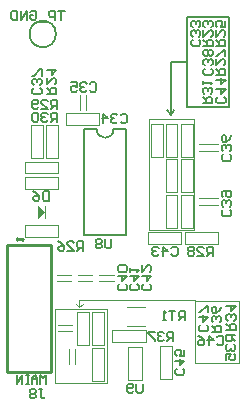
<source format=gbo>
G04*
G04 #@! TF.GenerationSoftware,Altium Limited,Altium Designer,22.2.1 (43)*
G04*
G04 Layer_Color=32896*
%FSLAX25Y25*%
%MOIN*%
G70*
G04*
G04 #@! TF.SameCoordinates,A0DC7013-DE40-4D07-A028-2F209A2C4820*
G04*
G04*
G04 #@! TF.FilePolarity,Positive*
G04*
G01*
G75*
%ADD10C,0.00787*%
%ADD12C,0.01000*%
%ADD16C,0.00394*%
%ADD17C,0.00984*%
%ADD19C,0.00591*%
G36*
X294488Y63976D02*
X292126Y66339D01*
Y61614D01*
X294488Y63976D01*
D02*
G37*
D10*
X298102Y123228D02*
G03*
X298102Y123228I-4402J0D01*
G01*
X311708Y91433D02*
G03*
X317276Y91433I2784J0D01*
G01*
X321579D01*
X307405D02*
X311708D01*
X307405Y56394D02*
Y91433D01*
Y56394D02*
X321579D01*
Y91433D01*
D12*
X285055Y54543D02*
Y55199D01*
Y54871D01*
X287023D01*
X286695Y54543D01*
D16*
X327953Y20472D02*
Y24409D01*
X316929Y20472D02*
X327953D01*
X316929D02*
Y24409D01*
X327953D01*
X302953Y31496D02*
X315158D01*
Y6890D02*
Y31496D01*
X297835Y6890D02*
X315158D01*
X297835D02*
Y31496D01*
X302953D01*
X305906Y32283D02*
X307087Y33268D01*
X304921D02*
X305906Y32283D01*
X304921Y33268D02*
X305906Y32283D01*
Y34646D01*
X344291D01*
Y34252D02*
Y34646D01*
Y34252D02*
X359252D01*
Y13583D02*
Y34252D01*
X344291Y13583D02*
X359252D01*
X344291D02*
Y34252D01*
X304528Y13386D02*
Y18110D01*
X302559Y13386D02*
Y18110D01*
X305118Y19685D02*
X309055D01*
X305118D02*
Y30709D01*
X309055D01*
Y19685D02*
Y30709D01*
X310236Y19685D02*
X314173D01*
X310236D02*
Y30709D01*
X314173D01*
Y19685D02*
Y30709D01*
X298819Y26181D02*
X303543D01*
X298819Y24213D02*
X303543D01*
X310236Y7480D02*
X314173D01*
X310236D02*
Y18504D01*
X314173D01*
Y7480D02*
Y18504D01*
X322047Y7874D02*
X326772D01*
Y18898D01*
X322047D02*
X326772D01*
X322047Y7874D02*
Y18898D01*
X332874Y8071D02*
Y19094D01*
Y8071D02*
X336811D01*
Y19094D01*
X332874D02*
X336811D01*
X321850Y32283D02*
X327756D01*
X321850Y25984D02*
X327756D01*
X298425Y42913D02*
X303150D01*
X298425Y40945D02*
X303150D01*
X305512Y42913D02*
X310236D01*
X305512Y40945D02*
X310236D01*
X312598Y42913D02*
X317323D01*
X312598Y40945D02*
X317323D01*
X287795Y55512D02*
Y59449D01*
X298819D01*
Y55512D02*
Y59449D01*
X287795Y55512D02*
X298819D01*
X294488Y62008D02*
Y65945D01*
X287796Y71653D02*
Y75590D01*
X298819D01*
Y71653D02*
Y75590D01*
X287796Y71653D02*
X298819D01*
X287795Y76772D02*
Y80709D01*
X298819D01*
Y76772D02*
Y80709D01*
X287795Y76772D02*
X298819D01*
X289764Y81890D02*
Y92913D01*
Y81890D02*
X293701D01*
Y92913D01*
X289764D02*
X293701D01*
X294882Y81890D02*
X298819D01*
X294882D02*
Y92913D01*
X298819D01*
Y81890D02*
Y92913D01*
X336417Y94882D02*
X344210D01*
Y57898D02*
Y94882D01*
X329134Y57898D02*
X344210D01*
X329134D02*
Y94882D01*
X336417D01*
X334646Y58661D02*
X338583D01*
X334646D02*
Y69685D01*
X338583D01*
Y58661D02*
Y69685D01*
X343701Y58661D02*
Y69685D01*
X339764D02*
X343701D01*
X339764Y58661D02*
Y69685D01*
Y58661D02*
X343701D01*
X334646Y70472D02*
Y81496D01*
Y70472D02*
X338583D01*
Y81496D01*
X334646D02*
X338583D01*
X339764Y70472D02*
X343701D01*
X339764D02*
Y81496D01*
X343701D01*
Y70472D02*
Y81496D01*
X333858Y82284D02*
Y93307D01*
X329921D02*
X333858D01*
X329921Y82284D02*
Y93307D01*
Y82284D02*
X333858D01*
X334646D02*
X338583D01*
X334646D02*
Y93307D01*
X338583D01*
Y82284D02*
Y93307D01*
X339764Y93307D02*
X343701D01*
Y82284D02*
Y93307D01*
X339764Y82284D02*
X343701D01*
X339764D02*
Y93307D01*
X345669Y86614D02*
X351969D01*
X345669Y84252D02*
X351969D01*
X345669Y68504D02*
X351969D01*
X345669Y66142D02*
X351969D01*
X341142Y53347D02*
Y57284D01*
X352165D01*
Y53347D02*
Y57284D01*
X341142Y53347D02*
X352165D01*
X328740Y57284D02*
X339764D01*
X328740Y53347D02*
Y57284D01*
Y53347D02*
X339764D01*
Y57284D01*
X301575Y96850D02*
X312598D01*
X301575Y92913D02*
Y96850D01*
Y92913D02*
X312598D01*
Y96850D01*
X306102Y98032D02*
Y102756D01*
X308071Y98032D02*
Y102756D01*
D17*
X281890Y52953D02*
X296457D01*
Y10433D02*
Y52953D01*
X281890Y10433D02*
X296457D01*
X281890D02*
Y52953D01*
D19*
X336417Y96063D02*
X337598Y98032D01*
X335236D02*
X336417Y96063D01*
X335236Y98032D02*
X336417Y96063D01*
Y113976D01*
X341732D01*
X355906Y99016D02*
Y128937D01*
X341732Y99016D02*
X355906D01*
X341732D02*
Y128937D01*
X355906D01*
X300984Y131035D02*
X298885D01*
X299935D01*
Y127887D01*
X297836D02*
Y131035D01*
X296261D01*
X295737Y130511D01*
Y129461D01*
X296261Y128937D01*
X297836D01*
X294687Y127362D02*
X292588D01*
X289439Y130511D02*
X289964Y131035D01*
X291014D01*
X291539Y130511D01*
Y128412D01*
X291014Y127887D01*
X289964D01*
X289439Y128412D01*
Y129461D01*
X290489D01*
X288390Y127887D02*
Y131035D01*
X286291Y127887D01*
Y131035D01*
X285241D02*
Y127887D01*
X283667D01*
X283142Y128412D01*
Y130511D01*
X283667Y131035D01*
X285241D01*
X294685Y6693D02*
Y9448D01*
X293767Y8530D01*
X292848Y9448D01*
Y6693D01*
X291930D02*
Y8530D01*
X291012Y9448D01*
X290093Y8530D01*
Y6693D01*
Y8070D01*
X291930D01*
X289175Y9448D02*
X288257D01*
X288716D01*
Y6693D01*
X289175D01*
X288257D01*
X286879D02*
Y9448D01*
X285043Y6693D01*
Y9448D01*
X327033Y6692D02*
Y4069D01*
X326508Y3544D01*
X325459D01*
X324934Y4069D01*
Y6692D01*
X323885Y4069D02*
X323360Y3544D01*
X322310D01*
X321786Y4069D01*
Y6168D01*
X322310Y6692D01*
X323360D01*
X323885Y6168D01*
Y5643D01*
X323360Y5118D01*
X321786D01*
X316600Y54921D02*
Y52297D01*
X316075Y51772D01*
X315026D01*
X314501Y52297D01*
Y54921D01*
X313452Y54396D02*
X312927Y54921D01*
X311877D01*
X311353Y54396D01*
Y53871D01*
X311877Y53347D01*
X311353Y52822D01*
Y52297D01*
X311877Y51772D01*
X312927D01*
X313452Y52297D01*
Y52822D01*
X312927Y53347D01*
X313452Y53871D01*
Y54396D01*
X312927Y53347D02*
X311877D01*
X341075Y27756D02*
Y30905D01*
X339501D01*
X338976Y30380D01*
Y29331D01*
X339501Y28806D01*
X341075D01*
X340025D02*
X338976Y27756D01*
X337926Y30905D02*
X335827D01*
X336877D01*
Y27756D01*
X334778D02*
X333728D01*
X334253D01*
Y30905D01*
X334778Y30380D01*
X337269Y20867D02*
Y24015D01*
X335695D01*
X335170Y23491D01*
Y22441D01*
X335695Y21916D01*
X337269D01*
X336220D02*
X335170Y20867D01*
X334120Y23491D02*
X333596Y24015D01*
X332546D01*
X332021Y23491D01*
Y22966D01*
X332546Y22441D01*
X333071D01*
X332546D01*
X332021Y21916D01*
Y21391D01*
X332546Y20867D01*
X333596D01*
X334120Y21391D01*
X330972Y24015D02*
X328873D01*
Y23491D01*
X330972Y21391D01*
Y20867D01*
X350001Y23952D02*
X353149D01*
Y25526D01*
X352624Y26050D01*
X351575D01*
X351050Y25526D01*
Y23952D01*
Y25001D02*
X350001Y26050D01*
X352624Y27100D02*
X353149Y27625D01*
Y28674D01*
X352624Y29199D01*
X352100D01*
X351575Y28674D01*
Y28150D01*
Y28674D01*
X351050Y29199D01*
X350525D01*
X350001Y28674D01*
Y27625D01*
X350525Y27100D01*
X353149Y32348D02*
X352624Y31298D01*
X351575Y30249D01*
X350525D01*
X350001Y30773D01*
Y31823D01*
X350525Y32348D01*
X351050D01*
X351575Y31823D01*
Y30249D01*
X357874Y22899D02*
X354725D01*
Y21325D01*
X355250Y20800D01*
X356299D01*
X356824Y21325D01*
Y22899D01*
Y21849D02*
X357874Y20800D01*
X355250Y19750D02*
X354725Y19226D01*
Y18176D01*
X355250Y17651D01*
X355774D01*
X356299Y18176D01*
Y18701D01*
Y18176D01*
X356824Y17651D01*
X357349D01*
X357874Y18176D01*
Y19226D01*
X357349Y19750D01*
X354725Y14503D02*
Y16602D01*
X356299D01*
X355774Y15552D01*
Y15027D01*
X356299Y14503D01*
X357349D01*
X357874Y15027D01*
Y16077D01*
X357349Y16602D01*
X354922Y24542D02*
X358070D01*
Y26116D01*
X357546Y26641D01*
X356496D01*
X355971Y26116D01*
Y24542D01*
Y25592D02*
X354922Y26641D01*
X357546Y27691D02*
X358070Y28215D01*
Y29265D01*
X357546Y29790D01*
X357021D01*
X356496Y29265D01*
Y28740D01*
Y29265D01*
X355971Y29790D01*
X355447D01*
X354922Y29265D01*
Y28215D01*
X355447Y27691D01*
X354922Y32414D02*
X358070D01*
X356496Y30839D01*
Y32938D01*
X347048Y100133D02*
X350196D01*
Y101707D01*
X349672Y102232D01*
X348622D01*
X348097Y101707D01*
Y100133D01*
Y101182D02*
X347048Y102232D01*
X349672Y103281D02*
X350196Y103806D01*
Y104856D01*
X349672Y105380D01*
X349147D01*
X348622Y104856D01*
Y104331D01*
Y104856D01*
X348097Y105380D01*
X347572D01*
X347048Y104856D01*
Y103806D01*
X347572Y103281D01*
X347048Y106430D02*
Y107479D01*
Y106955D01*
X350196D01*
X349672Y106430D01*
X298489Y93898D02*
Y97047D01*
X296915D01*
X296390Y96522D01*
Y95473D01*
X296915Y94948D01*
X298489D01*
X297440D02*
X296390Y93898D01*
X295341Y96522D02*
X294816Y97047D01*
X293767D01*
X293242Y96522D01*
Y95997D01*
X293767Y95473D01*
X294291D01*
X293767D01*
X293242Y94948D01*
Y94423D01*
X293767Y93898D01*
X294816D01*
X295341Y94423D01*
X292192Y96522D02*
X291668Y97047D01*
X290618D01*
X290093Y96522D01*
Y94423D01*
X290618Y93898D01*
X291668D01*
X292192Y94423D01*
Y96522D01*
X298489Y98229D02*
Y101377D01*
X296915D01*
X296390Y100853D01*
Y99803D01*
X296915Y99278D01*
X298489D01*
X297440D02*
X296390Y98229D01*
X293242D02*
X295341D01*
X293242Y100328D01*
Y100853D01*
X293767Y101377D01*
X294816D01*
X295341Y100853D01*
X292192Y98754D02*
X291668Y98229D01*
X290618D01*
X290093Y98754D01*
Y100853D01*
X290618Y101377D01*
X291668D01*
X292192Y100853D01*
Y100328D01*
X291668Y99803D01*
X290093D01*
X350458Y49213D02*
Y52362D01*
X348884D01*
X348359Y51837D01*
Y50787D01*
X348884Y50263D01*
X350458D01*
X349408D02*
X348359Y49213D01*
X345210D02*
X347309D01*
X345210Y51312D01*
Y51837D01*
X345735Y52362D01*
X346785D01*
X347309Y51837D01*
X344161D02*
X343636Y52362D01*
X342586D01*
X342062Y51837D01*
Y51312D01*
X342586Y50787D01*
X342062Y50263D01*
Y49738D01*
X342586Y49213D01*
X343636D01*
X344161Y49738D01*
Y50263D01*
X343636Y50787D01*
X344161Y51312D01*
Y51837D01*
X343636Y50787D02*
X342586D01*
X351378Y109581D02*
X354527D01*
Y111156D01*
X354002Y111680D01*
X352953D01*
X352428Y111156D01*
Y109581D01*
Y110631D02*
X351378Y111680D01*
Y114829D02*
Y112730D01*
X353478Y114829D01*
X354002D01*
X354527Y114304D01*
Y113255D01*
X354002Y112730D01*
X354527Y115879D02*
Y117978D01*
X354002D01*
X351903Y115879D01*
X351378D01*
X307151Y50985D02*
Y54133D01*
X305577D01*
X305052Y53609D01*
Y52559D01*
X305577Y52034D01*
X307151D01*
X306101D02*
X305052Y50985D01*
X301903D02*
X304002D01*
X301903Y53084D01*
Y53609D01*
X302428Y54133D01*
X303478D01*
X304002Y53609D01*
X298755Y54133D02*
X299804Y53609D01*
X300854Y52559D01*
Y51509D01*
X300329Y50985D01*
X299279D01*
X298755Y51509D01*
Y52034D01*
X299279Y52559D01*
X300854D01*
X351378Y119227D02*
X354527D01*
Y120801D01*
X354002Y121326D01*
X352953D01*
X352428Y120801D01*
Y119227D01*
Y120277D02*
X351378Y121326D01*
Y124475D02*
Y122376D01*
X353478Y124475D01*
X354002D01*
X354527Y123950D01*
Y122900D01*
X354002Y122376D01*
X354527Y127623D02*
Y125524D01*
X352953D01*
X353478Y126574D01*
Y127099D01*
X352953Y127623D01*
X351903D01*
X351378Y127099D01*
Y126049D01*
X351903Y125524D01*
X295079Y103282D02*
X298228D01*
Y104857D01*
X297703Y105381D01*
X296654D01*
X296129Y104857D01*
Y103282D01*
Y104332D02*
X295079Y105381D01*
Y108530D02*
Y106431D01*
X297178Y108530D01*
X297703D01*
X298228Y108005D01*
Y106956D01*
X297703Y106431D01*
X295079Y111154D02*
X298228D01*
X296654Y109579D01*
Y111678D01*
X347245Y119227D02*
X350393D01*
Y120801D01*
X349868Y121326D01*
X348819D01*
X348294Y120801D01*
Y119227D01*
Y120277D02*
X347245Y121326D01*
Y124475D02*
Y122376D01*
X349344Y124475D01*
X349868D01*
X350393Y123950D01*
Y122900D01*
X349868Y122376D01*
Y125524D02*
X350393Y126049D01*
Y127099D01*
X349868Y127623D01*
X349344D01*
X348819Y127099D01*
Y126574D01*
Y127099D01*
X348294Y127623D01*
X347769D01*
X347245Y127099D01*
Y126049D01*
X347769Y125524D01*
X292454Y4921D02*
X293503D01*
X292979D01*
Y2297D01*
X293503Y1772D01*
X294028D01*
X294553Y2297D01*
X291404Y4396D02*
X290880Y4921D01*
X289830D01*
X289305Y4396D01*
Y3871D01*
X289830Y3347D01*
X289305Y2822D01*
Y2297D01*
X289830Y1772D01*
X290880D01*
X291404Y2297D01*
Y2822D01*
X290880Y3347D01*
X291404Y3871D01*
Y4396D01*
X290880Y3347D02*
X289830D01*
X295734Y70866D02*
Y67717D01*
X294160D01*
X293635Y68242D01*
Y70341D01*
X294160Y70866D01*
X295734D01*
X290486D02*
X291536Y70341D01*
X292585Y69291D01*
Y68242D01*
X292061Y67717D01*
X291011D01*
X290486Y68242D01*
Y68767D01*
X291011Y69291D01*
X292585D01*
X348294Y26247D02*
X348818Y25723D01*
Y24673D01*
X348294Y24148D01*
X346195D01*
X345670Y24673D01*
Y25723D01*
X346195Y26247D01*
X345670Y28871D02*
X348818D01*
X347244Y27297D01*
Y29396D01*
X348818Y30446D02*
Y32545D01*
X348294D01*
X346195Y30446D01*
X345670D01*
X351705Y22113D02*
X352230Y22637D01*
X353280D01*
X353804Y22113D01*
Y20013D01*
X353280Y19489D01*
X352230D01*
X351705Y20013D01*
X349081Y19489D02*
Y22637D01*
X350656Y21063D01*
X348557D01*
X345408Y22637D02*
X346458Y22113D01*
X347507Y21063D01*
Y20013D01*
X346983Y19489D01*
X345933D01*
X345408Y20013D01*
Y20538D01*
X345933Y21063D01*
X347507D01*
X340420Y11681D02*
X340944Y11156D01*
Y10106D01*
X340420Y9581D01*
X338321D01*
X337796Y10106D01*
Y11156D01*
X338321Y11681D01*
X337796Y14304D02*
X340944D01*
X339370Y12730D01*
Y14829D01*
X340944Y17978D02*
Y15879D01*
X339370D01*
X339895Y16928D01*
Y17453D01*
X339370Y17978D01*
X338321D01*
X337796Y17453D01*
Y16403D01*
X338321Y15879D01*
X354199Y102232D02*
X354724Y101707D01*
Y100657D01*
X354199Y100133D01*
X352100D01*
X351575Y100657D01*
Y101707D01*
X352100Y102232D01*
X351575Y104856D02*
X354724D01*
X353150Y103281D01*
Y105380D01*
X351575Y108004D02*
X354724D01*
X353150Y106430D01*
Y108529D01*
X336548Y51837D02*
X337073Y52362D01*
X338122D01*
X338647Y51837D01*
Y49738D01*
X338122Y49213D01*
X337073D01*
X336548Y49738D01*
X333924Y49213D02*
Y52362D01*
X335498Y50787D01*
X333399D01*
X332350Y51837D02*
X331825Y52362D01*
X330775D01*
X330251Y51837D01*
Y51312D01*
X330775Y50787D01*
X331300D01*
X330775D01*
X330251Y50263D01*
Y49738D01*
X330775Y49213D01*
X331825D01*
X332350Y49738D01*
X329396Y39830D02*
X329921Y39305D01*
Y38256D01*
X329396Y37731D01*
X327297D01*
X326772Y38256D01*
Y39305D01*
X327297Y39830D01*
X326772Y42454D02*
X329921D01*
X328346Y40880D01*
Y42979D01*
X326772Y46127D02*
Y44028D01*
X328871Y46127D01*
X329396D01*
X329921Y45603D01*
Y44553D01*
X329396Y44028D01*
X325262Y39830D02*
X325787Y39305D01*
Y38256D01*
X325262Y37731D01*
X323163D01*
X322638Y38256D01*
Y39305D01*
X323163Y39830D01*
X322638Y42454D02*
X325787D01*
X324213Y40880D01*
Y42979D01*
X322638Y44028D02*
Y45078D01*
Y44553D01*
X325787D01*
X325262Y44028D01*
X321325Y39830D02*
X321850Y39305D01*
Y38256D01*
X321325Y37731D01*
X319226D01*
X318701Y38256D01*
Y39305D01*
X319226Y39830D01*
X318701Y42454D02*
X321850D01*
X320276Y40880D01*
Y42979D01*
X321325Y44028D02*
X321850Y44553D01*
Y45603D01*
X321325Y46127D01*
X319226D01*
X318701Y45603D01*
Y44553D01*
X319226Y44028D01*
X321325D01*
X355971Y64633D02*
X356496Y64109D01*
Y63059D01*
X355971Y62534D01*
X353872D01*
X353347Y63059D01*
Y64109D01*
X353872Y64633D01*
X355971Y65683D02*
X356496Y66207D01*
Y67257D01*
X355971Y67782D01*
X355446D01*
X354921Y67257D01*
Y66732D01*
Y67257D01*
X354397Y67782D01*
X353872D01*
X353347Y67257D01*
Y66207D01*
X353872Y65683D01*
Y68831D02*
X353347Y69356D01*
Y70406D01*
X353872Y70930D01*
X355971D01*
X356496Y70406D01*
Y69356D01*
X355971Y68831D01*
X355446D01*
X354921Y69356D01*
Y70930D01*
X349868Y111680D02*
X350393Y111156D01*
Y110106D01*
X349868Y109581D01*
X347769D01*
X347245Y110106D01*
Y111156D01*
X347769Y111680D01*
X349868Y112730D02*
X350393Y113255D01*
Y114304D01*
X349868Y114829D01*
X349344D01*
X348819Y114304D01*
Y113779D01*
Y114304D01*
X348294Y114829D01*
X347769D01*
X347245Y114304D01*
Y113255D01*
X347769Y112730D01*
X349868Y115879D02*
X350393Y116403D01*
Y117453D01*
X349868Y117978D01*
X349344D01*
X348819Y117453D01*
X348294Y117978D01*
X347769D01*
X347245Y117453D01*
Y116403D01*
X347769Y115879D01*
X348294D01*
X348819Y116403D01*
X349344Y115879D01*
X349868D01*
X348819Y116403D02*
Y117453D01*
X292782Y105184D02*
X293307Y104660D01*
Y103610D01*
X292782Y103085D01*
X290683D01*
X290158Y103610D01*
Y104660D01*
X290683Y105184D01*
X292782Y106234D02*
X293307Y106759D01*
Y107808D01*
X292782Y108333D01*
X292257D01*
X291732Y107808D01*
Y107283D01*
Y107808D01*
X291208Y108333D01*
X290683D01*
X290158Y107808D01*
Y106759D01*
X290683Y106234D01*
X293307Y109382D02*
Y111482D01*
X292782D01*
X290683Y109382D01*
X290158D01*
X355971Y83137D02*
X356496Y82612D01*
Y81563D01*
X355971Y81038D01*
X353872D01*
X353347Y81563D01*
Y82612D01*
X353872Y83137D01*
X355971Y84187D02*
X356496Y84711D01*
Y85761D01*
X355971Y86286D01*
X355446D01*
X354921Y85761D01*
Y85236D01*
Y85761D01*
X354397Y86286D01*
X353872D01*
X353347Y85761D01*
Y84711D01*
X353872Y84187D01*
X356496Y89434D02*
X355971Y88385D01*
X354921Y87335D01*
X353872D01*
X353347Y87860D01*
Y88910D01*
X353872Y89434D01*
X354397D01*
X354921Y88910D01*
Y87335D01*
X309383Y106561D02*
X309907Y107086D01*
X310957D01*
X311482Y106561D01*
Y104462D01*
X310957Y103937D01*
X309907D01*
X309383Y104462D01*
X308333Y106561D02*
X307808Y107086D01*
X306759D01*
X306234Y106561D01*
Y106037D01*
X306759Y105512D01*
X307283D01*
X306759D01*
X306234Y104987D01*
Y104462D01*
X306759Y103937D01*
X307808D01*
X308333Y104462D01*
X303085Y107086D02*
X305184D01*
Y105512D01*
X304135Y106037D01*
X303610D01*
X303085Y105512D01*
Y104462D01*
X303610Y103937D01*
X304660D01*
X305184Y104462D01*
X319619Y96128D02*
X320144Y96653D01*
X321193D01*
X321718Y96128D01*
Y94029D01*
X321193Y93504D01*
X320144D01*
X319619Y94029D01*
X318569Y96128D02*
X318044Y96653D01*
X316995D01*
X316470Y96128D01*
Y95604D01*
X316995Y95079D01*
X317520D01*
X316995D01*
X316470Y94554D01*
Y94029D01*
X316995Y93504D01*
X318044D01*
X318569Y94029D01*
X313846Y93504D02*
Y96653D01*
X315421Y95079D01*
X313322D01*
X345735Y121326D02*
X346259Y120801D01*
Y119752D01*
X345735Y119227D01*
X343636D01*
X343111Y119752D01*
Y120801D01*
X343636Y121326D01*
X345735Y122376D02*
X346259Y122900D01*
Y123950D01*
X345735Y124475D01*
X345210D01*
X344685Y123950D01*
Y123425D01*
Y123950D01*
X344160Y124475D01*
X343636D01*
X343111Y123950D01*
Y122900D01*
X343636Y122376D01*
X345735Y125524D02*
X346259Y126049D01*
Y127099D01*
X345735Y127623D01*
X345210D01*
X344685Y127099D01*
Y126574D01*
Y127099D01*
X344160Y127623D01*
X343636D01*
X343111Y127099D01*
Y126049D01*
X343636Y125524D01*
M02*

</source>
